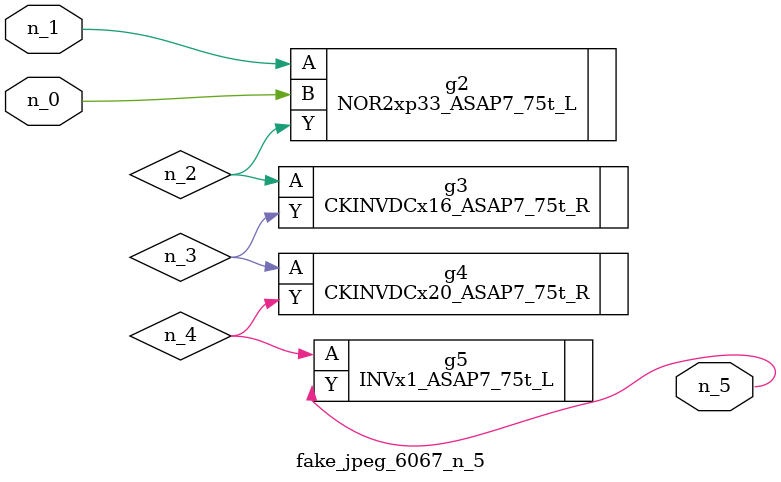
<source format=v>
module fake_jpeg_6067_n_5 (n_0, n_1, n_5);

input n_0;
input n_1;

output n_5;

wire n_3;
wire n_2;
wire n_4;

NOR2xp33_ASAP7_75t_L g2 ( 
.A(n_1),
.B(n_0),
.Y(n_2)
);

CKINVDCx16_ASAP7_75t_R g3 ( 
.A(n_2),
.Y(n_3)
);

CKINVDCx20_ASAP7_75t_R g4 ( 
.A(n_3),
.Y(n_4)
);

INVx1_ASAP7_75t_L g5 ( 
.A(n_4),
.Y(n_5)
);


endmodule
</source>
